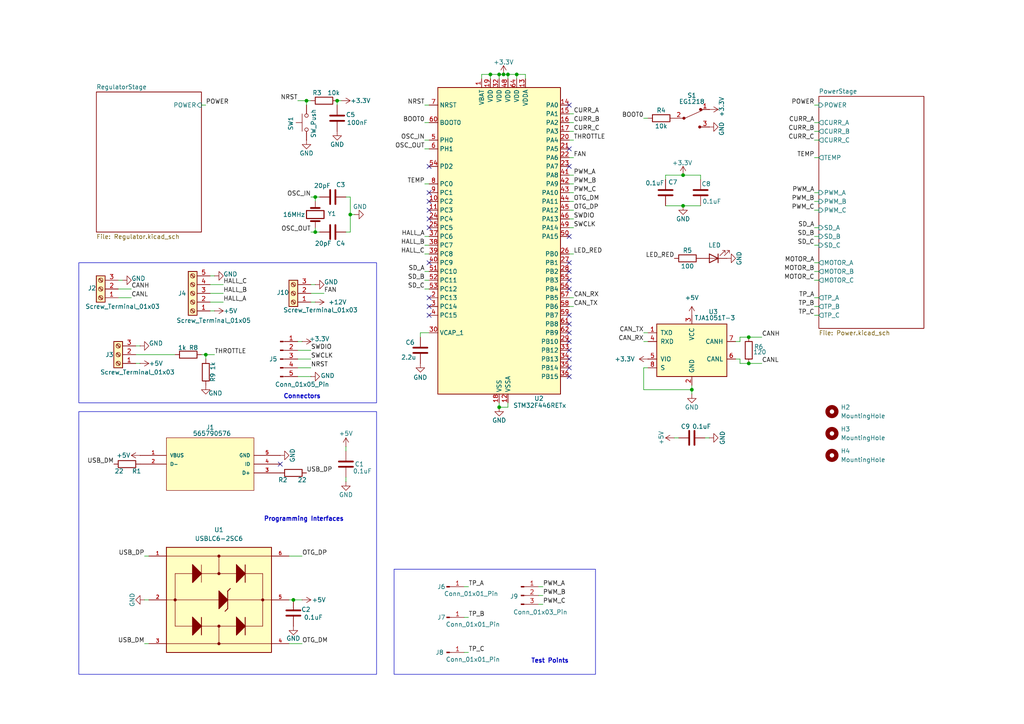
<source format=kicad_sch>
(kicad_sch (version 20231120) (generator "eeschema") (generator_version "8.0")
  (paper "A4")
  (title_block (title "BLDC Motor Driver") (date "2025-02-20") (rev "1"))
  (lib_symbols
    (symbol "565790576:565790576" (pin_names (offset 1.016))
      (property "Reference" "J" (at 15.5956 9.1186 0))
      (property "Value" "565790576" (at 14.9606 6.5786 0))
      (symbol "565790576_0_0"
        (pin power_in line (at 0 0 0) (length 7.62) (name "VBUS") (number "1"))
        (pin bidirectional line (at 0 -2.54 0) (length 7.62) (name "D-") (number "2"))
        (pin bidirectional line (at 40.64 -5.08 180) (length 7.62) (name "D+") (number "3"))
        (pin bidirectional line (at 40.64 -2.54 180) (length 7.62) (name "ID") (number "4"))
        (pin passive line (at 40.64 0 180) (length 7.62) (name "GND") (number "5"))
      )
    )
    (symbol "Connector:Conn_01x01_Pin" (pin_names (offset 1.016) hide)
      (property "Reference" "J" (at 0 2.54 0))
      (property "Value" "Conn_01x01_Pin" (at 0 -2.54 0))
      (symbol "Conn_01x01_Pin_1_1"
        (pin passive line (at 5.08 0 180) (length 3.81) (name "Pin_1") (number "1"))
      )
    )
    (symbol "Connector:Conn_01x03_Pin" (pin_names (offset 1.016) hide)
      (property "Reference" "J" (at 0 5.08 0))
      (property "Value" "Conn_01x03_Pin" (at 0 -5.08 0))
      (symbol "Conn_01x03_Pin_1_1"
        (pin passive line (at 5.08 2.54 180) (length 3.81) (name "Pin_1") (number "1"))
        (pin passive line (at 5.08 0 180) (length 3.81) (name "Pin_2") (number "2"))
        (pin passive line (at 5.08 -2.54 180) (length 3.81) (name "Pin_3") (number "3"))
      )
    )
    (symbol "Connector:Conn_01x05_Pin" (pin_names (offset 1.016) hide)
      (property "Reference" "J" (at 0 7.62 0))
      (property "Value" "Conn_01x05_Pin" (at 0 -7.62 0))
      (symbol "Conn_01x05_Pin_1_1"
        (pin passive line (at 5.08 5.08 180) (length 3.81) (name "Pin_1") (number "1"))
        (pin passive line (at 5.08 2.54 180) (length 3.81) (name "Pin_2") (number "2"))
        (pin passive line (at 5.08 0 180) (length 3.81) (name "Pin_3") (number "3"))
        (pin passive line (at 5.08 -2.54 180) (length 3.81) (name "Pin_4") (number "4"))
        (pin passive line (at 5.08 -5.08 180) (length 3.81) (name "Pin_5") (number "5"))
      )
    )
    (symbol "Connector:Screw_Terminal_01x03" (pin_names (offset 1.016) hide)
      (property "Reference" "J" (at 0 5.08 0))
      (property "Value" "Screw_Terminal_01x03" (at 0 -5.08 0))
      (symbol "Screw_Terminal_01x03_1_1"
        (pin passive line (at -5.08 2.54 0) (length 3.81) (name "Pin_1") (number "1"))
        (pin passive line (at -5.08 0 0) (length 3.81) (name "Pin_2") (number "2"))
        (pin passive line (at -5.08 -2.54 0) (length 3.81) (name "Pin_3") (number "3"))
      )
    )
    (symbol "Connector:Screw_Terminal_01x05" (pin_names (offset 1.016) hide)
      (property "Reference" "J" (at 0 7.62 0))
      (property "Value" "Screw_Terminal_01x05" (at 0 -7.62 0))
      (symbol "Screw_Terminal_01x05_1_1"
        (pin passive line (at -5.08 5.08 0) (length 3.81) (name "Pin_1") (number "1"))
        (pin passive line (at -5.08 2.54 0) (length 3.81) (name "Pin_2") (number "2"))
        (pin passive line (at -5.08 0 0) (length 3.81) (name "Pin_3") (number "3"))
        (pin passive line (at -5.08 -2.54 0) (length 3.81) (name "Pin_4") (number "4"))
        (pin passive line (at -5.08 -5.08 0) (length 3.81) (name "Pin_5") (number "5"))
      )
    )
    (symbol "Device:C" (pin_numbers hide) (pin_names (offset 0.254))
      (property "Reference" "C" (at 0.635 2.54 0))
      (property "Value" "C" (at 0.635 -2.54 0))
      (symbol "C_1_1"
        (pin passive line (at 0 3.81 270) (length 2.794) (name "~") (number "1"))
        (pin passive line (at 0 -3.81 90) (length 2.794) (name "~") (number "2"))
      )
    )
    (symbol "Device:Crystal" (pin_numbers hide) (pin_names (offset 1.016) hide)
      (property "Reference" "Y" (at 0 3.81 0))
      (property "Value" "Crystal" (at 0 -3.81 0))
      (symbol "Crystal_1_1"
        (pin passive line (at -3.81 0 0) (length 1.27) (name "1") (number "1"))
        (pin passive line (at 3.81 0 180) (length 1.27) (name "2") (number "2"))
      )
    )
    (symbol "Device:LED" (pin_numbers hide) (pin_names (offset 1.016) hide)
      (property "Reference" "D" (at 0 2.54 0))
      (property "Value" "LED" (at 0 -2.54 0))
      (symbol "LED_1_1"
        (pin passive line (at -3.81 0 0) (length 2.54) (name "K") (number "1"))
        (pin passive line (at 3.81 0 180) (length 2.54) (name "A") (number "2"))
      )
    )
    (symbol "Device:R" (pin_numbers hide) (pin_names (offset 0))
      (property "Reference" "R" (at 2.032 0 90))
      (property "Value" "R" (at 0 0 90))
      (symbol "R_1_1"
        (pin passive line (at 0 3.81 270) (length 1.27) (name "~") (number "1"))
        (pin passive line (at 0 -3.81 90) (length 1.27) (name "~") (number "2"))
      )
    )
    (symbol "Interface_CAN_LIN:TJA1051T-3" (pin_names (offset 1.016))
      (property "Reference" "U" (at -10.16 8.89 0))
      (property "Value" "TJA1051T-3" (at 1.27 8.89 0))
      (symbol "TJA1051T-3_1_1"
        (pin input line (at -12.7 5.08 0) (length 2.54) (name "TXD") (number "1"))
        (pin power_in line (at 0 -10.16 90) (length 2.54) (name "GND") (number "2"))
        (pin power_in line (at 0 10.16 270) (length 2.54) (name "VCC") (number "3"))
        (pin output line (at -12.7 2.54 0) (length 2.54) (name "RXD") (number "4"))
        (pin power_in line (at -12.7 -2.54 0) (length 2.54) (name "VIO") (number "5"))
        (pin bidirectional line (at 12.7 -2.54 180) (length 2.54) (name "CANL") (number "6"))
        (pin bidirectional line (at 12.7 2.54 180) (length 2.54) (name "CANH") (number "7"))
        (pin input line (at -12.7 -5.08 0) (length 2.54) (name "S") (number "8"))
      )
    )
    (symbol "MCU_ST_STM32F4:STM32F446RETx"
      (property "Reference" "U" (at -17.78 46.99 0))
      (property "Value" "STM32F446RETx" (at 10.16 46.99 0))
      (symbol "STM32F446RETx_1_1"
        (pin power_in line (at -5.08 48.26 270) (length 2.54) (name "VBAT") (number "1"))
        (pin bidirectional line (at -20.32 12.7 0) (length 2.54) (name "PC2") (number "10") (alternate "" input line))
        (pin bidirectional line (at -20.32 10.16 0) (length 2.54) (name "PC3") (number "11") (alternate "" input line))
        (pin power_in line (at 2.54 -45.72 90) (length 2.54) (name "VSSA") (number "12"))
        (pin power_in line (at 7.62 48.26 270) (length 2.54) (name "VDDA") (number "13"))
        (pin bidirectional line (at 20.32 40.64 180) (length 2.54) (name "PA0") (number "14"))
        (pin bidirectional line (at 20.32 38.1 180) (length 2.54) (name "PA1") (number "15") (alternate "" input line))
        (pin bidirectional line (at 20.32 35.56 180) (length 2.54) (name "PA2") (number "16") (alternate "" input line))
        (pin bidirectional line (at 20.32 33.02 180) (length 2.54) (name "PA3") (number "17") (alternate "" input line))
        (pin power_in line (at 0 -45.72 90) (length 2.54) (name "VSS") (number "18"))
        (pin power_in line (at -2.54 48.26 270) (length 2.54) (name "VDD") (number "19"))
        (pin bidirectional line (at -20.32 -15.24 0) (length 2.54) (name "PC13") (number "2"))
        (pin bidirectional line (at 20.32 30.48 180) (length 2.54) (name "PA4") (number "20") (alternate "" input line))
        (pin bidirectional line (at 20.32 27.94 180) (length 2.54) (name "PA5") (number "21") (alternate "" input line))
        (pin bidirectional line (at 20.32 25.4 180) (length 2.54) (name "PA6") (number "22") (alternate "" input line))
        (pin bidirectional line (at 20.32 22.86 180) (length 2.54) (name "PA7") (number "23") (alternate "" input line))
        (pin bidirectional line (at -20.32 7.62 0) (length 2.54) (name "PC4") (number "24"))
        (pin bidirectional line (at -20.32 5.08 0) (length 2.54) (name "PC5") (number "25"))
        (pin bidirectional line (at 20.32 -2.54 180) (length 2.54) (name "PB0") (number "26"))
        (pin bidirectional line (at 20.32 -5.08 180) (length 2.54) (name "PB1") (number "27"))
        (pin bidirectional line (at 20.32 -7.62 180) (length 2.54) (name "PB2") (number "28"))
        (pin bidirectional line (at 20.32 -27.94 180) (length 2.54) (name "PB10") (number "29"))
        (pin bidirectional line (at -20.32 -17.78 0) (length 2.54) (name "PC14") (number "3") (alternate "" input line))
        (pin power_out line (at -20.32 -25.4 0) (length 2.54) (name "VCAP_1") (number "30"))
        (pin passive line (at 0 -45.72 90) (length 2.54) hide (name "VSS") (number "31"))
        (pin power_in line (at 0 48.26 270) (length 2.54) (name "VDD") (number "32"))
        (pin bidirectional line (at 20.32 -30.48 180) (length 2.54) (name "PB12") (number "33"))
        (pin bidirectional line (at 20.32 -33.02 180) (length 2.54) (name "PB13") (number "34"))
        (pin bidirectional line (at 20.32 -35.56 180) (length 2.54) (name "PB14") (number "35"))
        (pin bidirectional line (at 20.32 -38.1 180) (length 2.54) (name "PB15") (number "36"))
        (pin bidirectional line (at -20.32 2.54 0) (length 2.54) (name "PC6") (number "37"))
        (pin bidirectional line (at -20.32 0 0) (length 2.54) (name "PC7") (number "38"))
        (pin bidirectional line (at -20.32 -2.54 0) (length 2.54) (name "PC8") (number "39"))
        (pin bidirectional line (at -20.32 -20.32 0) (length 2.54) (name "PC15") (number "4") (alternate "" input line))
        (pin bidirectional line (at -20.32 -5.08 0) (length 2.54) (name "PC9") (number "40"))
        (pin bidirectional line (at 20.32 20.32 180) (length 2.54) (name "PA8") (number "41") (alternate "" input line))
        (pin bidirectional line (at 20.32 17.78 180) (length 2.54) (name "PA9") (number "42") (alternate "" input line))
        (pin bidirectional line (at 20.32 15.24 180) (length 2.54) (name "PA10") (number "43") (alternate "" input line))
        (pin bidirectional line (at 20.32 12.7 180) (length 2.54) (name "PA11") (number "44") (alternate "" input line))
        (pin bidirectional line (at 20.32 10.16 180) (length 2.54) (name "PA12") (number "45") (alternate "" input line))
        (pin bidirectional line (at 20.32 7.62 180) (length 2.54) (name "PA13") (number "46") (alternate "" input line))
        (pin passive line (at 0 -45.72 90) (length 2.54) hide (name "VSS") (number "47"))
        (pin power_in line (at 2.54 48.26 270) (length 2.54) (name "VDD") (number "48"))
        (pin bidirectional line (at 20.32 5.08 180) (length 2.54) (name "PA14") (number "49") (alternate "" input line))
        (pin bidirectional line (at -20.32 30.48 0) (length 2.54) (name "PH0") (number "5") (alternate "" input line))
        (pin bidirectional line (at 20.32 2.54 180) (length 2.54) (name "PA15") (number "50"))
        (pin bidirectional line (at -20.32 -7.62 0) (length 2.54) (name "PC10") (number "51"))
        (pin bidirectional line (at -20.32 -10.16 0) (length 2.54) (name "PC11") (number "52"))
        (pin bidirectional line (at -20.32 -12.7 0) (length 2.54) (name "PC12") (number "53"))
        (pin bidirectional line (at -20.32 22.86 0) (length 2.54) (name "PD2") (number "54"))
        (pin bidirectional line (at 20.32 -10.16 180) (length 2.54) (name "PB3") (number "55"))
        (pin bidirectional line (at 20.32 -12.7 180) (length 2.54) (name "PB4") (number "56"))
        (pin bidirectional line (at 20.32 -15.24 180) (length 2.54) (name "PB5") (number "57") (alternate "" input line))
        (pin bidirectional line (at 20.32 -17.78 180) (length 2.54) (name "PB6") (number "58") (alternate "" input line))
        (pin bidirectional line (at 20.32 -20.32 180) (length 2.54) (name "PB7") (number "59"))
        (pin bidirectional line (at -20.32 27.94 0) (length 2.54) (name "PH1") (number "6") (alternate "" input line))
        (pin input line (at -20.32 35.56 0) (length 2.54) (name "BOOT0") (number "60"))
        (pin bidirectional line (at 20.32 -22.86 180) (length 2.54) (name "PB8") (number "61"))
        (pin bidirectional line (at 20.32 -25.4 180) (length 2.54) (name "PB9") (number "62"))
        (pin passive line (at 0 -45.72 90) (length 2.54) hide (name "VSS") (number "63"))
        (pin power_in line (at 5.08 48.26 270) (length 2.54) (name "VDD") (number "64"))
        (pin input line (at -20.32 40.64 0) (length 2.54) (name "NRST") (number "7"))
        (pin bidirectional line (at -20.32 17.78 0) (length 2.54) (name "PC0") (number "8") (alternate "" input line))
        (pin bidirectional line (at -20.32 15.24 0) (length 2.54) (name "PC1") (number "9") (alternate "" input line))
      )
    )
    (symbol "Mechanical:MountingHole" (pin_names (offset 1.016)) (exclude_from_sim yes) (in_bom no)
      (property "Reference" "H" (at 0 5.08 0))
      (property "Value" "MountingHole" (at 0 3.175 0))
    )
    (symbol "Switch:SW_Push" (pin_numbers hide) (pin_names (offset 1.016) hide)
      (property "Reference" "SW" (at 1.27 2.54 0))
      (property "Value" "SW_Push" (at 0 -1.524 0))
      (symbol "SW_Push_0_1"
        (pin passive line (at -5.08 0 0) (length 2.54) (name "1") (number "1"))
        (pin passive line (at 5.08 0 180) (length 2.54) (name "2") (number "2"))
      )
    )
    (symbol "USBLC6-2SC6_SnapEDA:USBLC6-2SC6" (pin_names (offset 1.016))
      (property "Reference" "U" (at -15.2693 17.8093 0))
      (property "Value" "USBLC6-2SC6" (at -15.2559 -17.7959 0))
      (symbol "USBLC6-2SC6_0_0"
        (pin bidirectional line (at -20.32 12.7 0) (length 5.08) (name "~") (number "1"))
        (pin power_in line (at -20.32 0 0) (length 5.08) (name "~") (number "2"))
        (pin bidirectional line (at -20.32 -12.7 0) (length 5.08) (name "~") (number "3"))
        (pin bidirectional line (at 20.32 -12.7 180) (length 5.08) (name "~") (number "4"))
        (pin power_in line (at 20.32 0 180) (length 5.08) (name "~") (number "5"))
        (pin bidirectional line (at 20.32 12.7 180) (length 5.08) (name "~") (number "6"))
      )
    )
    (symbol "dk_Slide-Switches:EG1218" (pin_names (offset 0))
      (property "Reference" "S" (at -3.81 2.286 0))
      (property "Value" "EG1218" (at 0 -5.334 0))
      (symbol "EG1218_1_1"
        (pin passive line (at 5.08 2.54 180) (length 2.54) (name "~") (number "1"))
        (pin passive line (at -5.08 0 0) (length 2.54) (name "~") (number "2"))
        (pin passive line (at 5.08 -2.54 180) (length 2.54) (name "~") (number "3"))
      )
    )
    (symbol "power:+12V" (power) (pin_numbers hide) (pin_names (offset 0) hide)
      (property "Value" "+12V" (at 0 3.556 0))
      (symbol "+12V_1_1"
        (pin power_in line (at 0 0 90) (length 0) (name "~") (number "1"))
      )
    )
    (symbol "power:+3.3V" (power) (pin_numbers hide) (pin_names (offset 0) hide)
      (property "Value" "+3.3V" (at 0 3.556 0))
      (symbol "+3.3V_1_1"
        (pin power_in line (at 0 0 90) (length 0) (name "~") (number "1"))
      )
    )
    (symbol "power:+5V" (power) (pin_numbers hide) (pin_names (offset 0) hide)
      (property "Value" "+5V" (at 0 3.556 0))
      (symbol "+5V_1_1"
        (pin power_in line (at 0 0 90) (length 0) (name "~") (number "1"))
      )
    )
    (symbol "power:GND" (power) (pin_numbers hide) (pin_names (offset 0) hide)
      (property "Value" "GND" (at 0 -3.81 0))
      (symbol "GND_1_1"
        (pin power_in line (at 0 0 270) (length 0) (name "~") (number "1"))
      )
    )
  )
  (junction (at 149.86 21.59))
  (junction (at 198.12 50.8))
  (junction (at 91.44 57.15))
  (junction (at 88.9 29.21))
  (junction (at 146.05 21.59))
  (junction (at 198.12 59.69))
  (junction (at 91.44 67.31))
  (junction (at 97.79 29.21))
  (junction (at 217.17 97.79))
  (junction (at 59.69 102.87))
  (junction (at 217.17 105.41))
  (junction (at 101.6 62.23))
  (junction (at 144.78 118.11))
  (junction (at 142.24 21.59))
  (junction (at 144.78 21.59))
  (junction (at 200.66 113.03))
  (junction (at 85.09 173.99))
  (junction (at 147.32 21.59))
  (no_connect (at 165.1 99.06))
  (no_connect (at 81.28 134.62))
  (no_connect (at 124.46 88.9))
  (no_connect (at 124.46 55.88))
  (no_connect (at 165.1 93.98))
  (no_connect (at 165.1 68.58))
  (no_connect (at 165.1 76.2))
  (no_connect (at 124.46 66.04))
  (no_connect (at 124.46 48.26))
  (no_connect (at 165.1 106.68))
  (no_connect (at 165.1 81.28))
  (no_connect (at 124.46 60.96))
  (no_connect (at 124.46 58.42))
  (no_connect (at 165.1 30.48))
  (no_connect (at 165.1 104.14))
  (no_connect (at 165.1 91.44))
  (no_connect (at 165.1 83.82))
  (no_connect (at 165.1 109.22))
  (no_connect (at 124.46 76.2))
  (no_connect (at 165.1 101.6))
  (no_connect (at 124.46 63.5))
  (no_connect (at 165.1 96.52))
  (no_connect (at 165.1 43.18))
  (no_connect (at 124.46 86.36))
  (no_connect (at 165.1 78.74))
  (no_connect (at 165.1 48.26))
  (no_connect (at 124.46 91.44))
  (wire (pts (xy 165.1 58.42) (xy 166.37 58.42)))
  (wire (pts (xy 217.17 97.79) (xy 220.98 97.79)))
  (wire (pts (xy 91.44 57.15) (xy 90.17 57.15)))
  (wire (pts (xy 187.96 106.68) (xy 186.69 106.68)))
  (wire (pts (xy 100.33 129.54) (xy 100.33 130.81)))
  (wire (pts (xy 90.17 87.63) (xy 91.44 87.63)))
  (wire (pts (xy 205.74 127) (xy 204.47 127)))
  (wire (pts (xy 214.63 104.14) (xy 213.36 104.14)))
  (wire (pts (xy 214.63 97.79) (xy 214.63 99.06)))
  (wire (pts (xy 186.69 34.29) (xy 187.96 34.29)))
  (wire (pts (xy 237.49 30.48) (xy 236.22 30.48)))
  (wire (pts (xy 134.62 179.07) (xy 135.89 179.07)))
  (wire (pts (xy 134.62 170.18) (xy 135.89 170.18)))
  (wire (pts (xy 123.19 71.12) (xy 124.46 71.12)))
  (wire (pts (xy 60.96 82.55) (xy 64.77 82.55)))
  (wire (pts (xy 121.92 96.52) (xy 121.92 97.79)))
  (wire (pts (xy 100.33 67.31) (xy 101.6 67.31)))
  (wire (pts (xy 200.66 113.03) (xy 200.66 114.3)))
  (wire (pts (xy 90.17 85.09) (xy 93.98 85.09)))
  (wire (pts (xy 203.2 52.07) (xy 203.2 50.8)))
  (wire (pts (xy 165.1 88.9) (xy 166.37 88.9)))
  (wire (pts (xy 97.79 29.21) (xy 97.79 30.48)))
  (wire (pts (xy 59.69 30.48) (xy 58.42 30.48)))
  (wire (pts (xy 165.1 60.96) (xy 166.37 60.96)))
  (wire (pts (xy 91.44 66.04) (xy 91.44 67.31)))
  (wire (pts (xy 60.96 85.09) (xy 64.77 85.09)))
  (wire (pts (xy 41.91 161.29) (xy 43.18 161.29)))
  (wire (pts (xy 100.33 57.15) (xy 101.6 57.15)))
  (wire (pts (xy 123.19 35.56) (xy 124.46 35.56)))
  (wire (pts (xy 123.19 53.34) (xy 124.46 53.34)))
  (wire (pts (xy 156.21 175.26) (xy 157.48 175.26)))
  (wire (pts (xy 166.37 33.02) (xy 165.1 33.02)))
  (wire (pts (xy 134.62 189.23) (xy 135.89 189.23)))
  (wire (pts (xy 88.9 29.21) (xy 88.9 30.48)))
  (wire (pts (xy 39.37 102.87) (xy 50.8 102.87)))
  (wire (pts (xy 186.69 106.68) (xy 186.69 113.03)))
  (wire (pts (xy 144.78 116.84) (xy 144.78 118.11)))
  (wire (pts (xy 166.37 38.1) (xy 165.1 38.1)))
  (wire (pts (xy 236.22 40.64) (xy 237.49 40.64)))
  (wire (pts (xy 83.82 173.99) (xy 85.09 173.99)))
  (wire (pts (xy 91.44 58.42) (xy 91.44 57.15)))
  (wire (pts (xy 147.32 116.84) (xy 147.32 118.11)))
  (wire (pts (xy 87.63 99.06) (xy 86.36 99.06)))
  (wire (pts (xy 147.32 21.59) (xy 149.86 21.59)))
  (wire (pts (xy 236.22 71.12) (xy 237.49 71.12)))
  (wire (pts (xy 39.37 105.41) (xy 40.64 105.41)))
  (wire (pts (xy 152.4 21.59) (xy 152.4 22.86)))
  (wire (pts (xy 236.22 38.1) (xy 237.49 38.1)))
  (wire (pts (xy 123.19 30.48) (xy 124.46 30.48)))
  (wire (pts (xy 198.12 50.8) (xy 203.2 50.8)))
  (wire (pts (xy 236.22 55.88) (xy 237.49 55.88)))
  (wire (pts (xy 123.19 68.58) (xy 124.46 68.58)))
  (wire (pts (xy 41.91 173.99) (xy 43.18 173.99)))
  (wire (pts (xy 165.1 55.88) (xy 166.37 55.88)))
  (wire (pts (xy 35.56 81.28) (xy 34.29 81.28)))
  (wire (pts (xy 236.22 78.74) (xy 237.49 78.74)))
  (wire (pts (xy 146.05 21.59) (xy 147.32 21.59)))
  (wire (pts (xy 90.17 104.14) (xy 86.36 104.14)))
  (wire (pts (xy 166.37 35.56) (xy 165.1 35.56)))
  (wire (pts (xy 165.1 86.36) (xy 166.37 86.36)))
  (wire (pts (xy 236.22 81.28) (xy 237.49 81.28)))
  (wire (pts (xy 236.22 76.2) (xy 237.49 76.2)))
  (wire (pts (xy 149.86 21.59) (xy 152.4 21.59)))
  (wire (pts (xy 165.1 45.72) (xy 166.37 45.72)))
  (wire (pts (xy 147.32 118.11) (xy 144.78 118.11)))
  (wire (pts (xy 39.37 100.33) (xy 40.64 100.33)))
  (wire (pts (xy 193.04 52.07) (xy 193.04 50.8)))
  (wire (pts (xy 101.6 57.15) (xy 101.6 62.23)))
  (wire (pts (xy 142.24 21.59) (xy 142.24 22.86)))
  (wire (pts (xy 90.17 82.55) (xy 91.44 82.55)))
  (wire (pts (xy 38.1 83.82) (xy 34.29 83.82)))
  (wire (pts (xy 186.69 96.52) (xy 187.96 96.52)))
  (wire (pts (xy 236.22 68.58) (xy 237.49 68.58)))
  (wire (pts (xy 123.19 78.74) (xy 124.46 78.74)))
  (wire (pts (xy 38.1 86.36) (xy 34.29 86.36)))
  (wire (pts (xy 83.82 186.69) (xy 87.63 186.69)))
  (wire (pts (xy 193.04 59.69) (xy 198.12 59.69)))
  (wire (pts (xy 166.37 40.64) (xy 165.1 40.64)))
  (wire (pts (xy 142.24 21.59) (xy 144.78 21.59)))
  (wire (pts (xy 90.17 106.68) (xy 86.36 106.68)))
  (wire (pts (xy 186.69 113.03) (xy 200.66 113.03)))
  (wire (pts (xy 214.63 99.06) (xy 213.36 99.06)))
  (wire (pts (xy 165.1 63.5) (xy 166.37 63.5)))
  (wire (pts (xy 58.42 102.87) (xy 59.69 102.87)))
  (wire (pts (xy 217.17 105.41) (xy 220.98 105.41)))
  (wire (pts (xy 144.78 21.59) (xy 144.78 22.86)))
  (wire (pts (xy 99.06 29.21) (xy 97.79 29.21)))
  (wire (pts (xy 124.46 96.52) (xy 121.92 96.52)))
  (wire (pts (xy 90.17 29.21) (xy 88.9 29.21)))
  (wire (pts (xy 236.22 91.44) (xy 237.49 91.44)))
  (wire (pts (xy 236.22 58.42) (xy 237.49 58.42)))
  (wire (pts (xy 236.22 88.9) (xy 237.49 88.9)))
  (wire (pts (xy 236.22 35.56) (xy 237.49 35.56)))
  (wire (pts (xy 90.17 67.31) (xy 91.44 67.31)))
  (wire (pts (xy 41.91 186.69) (xy 43.18 186.69)))
  (wire (pts (xy 200.66 113.03) (xy 200.66 111.76)))
  (wire (pts (xy 198.12 59.69) (xy 203.2 59.69)))
  (wire (pts (xy 165.1 66.04) (xy 166.37 66.04)))
  (wire (pts (xy 90.17 109.22) (xy 86.36 109.22)))
  (wire (pts (xy 123.19 81.28) (xy 124.46 81.28)))
  (wire (pts (xy 186.69 99.06) (xy 187.96 99.06)))
  (wire (pts (xy 156.21 172.72) (xy 157.48 172.72)))
  (wire (pts (xy 123.19 40.64) (xy 124.46 40.64)))
  (wire (pts (xy 236.22 45.72) (xy 237.49 45.72)))
  (wire (pts (xy 123.19 73.66) (xy 124.46 73.66)))
  (wire (pts (xy 214.63 105.41) (xy 214.63 104.14)))
  (wire (pts (xy 100.33 139.7) (xy 100.33 138.43)))
  (wire (pts (xy 165.1 50.8) (xy 166.37 50.8)))
  (wire (pts (xy 123.19 43.18) (xy 124.46 43.18)))
  (wire (pts (xy 102.87 62.23) (xy 101.6 62.23)))
  (wire (pts (xy 147.32 21.59) (xy 147.32 22.86)))
  (wire (pts (xy 123.19 83.82) (xy 124.46 83.82)))
  (wire (pts (xy 86.36 29.21) (xy 88.9 29.21)))
  (wire (pts (xy 195.58 127) (xy 196.85 127)))
  (wire (pts (xy 217.17 97.79) (xy 214.63 97.79)))
  (wire (pts (xy 91.44 67.31) (xy 92.71 67.31)))
  (wire (pts (xy 166.37 73.66) (xy 165.1 73.66)))
  (wire (pts (xy 59.69 102.87) (xy 62.23 102.87)))
  (wire (pts (xy 217.17 105.41) (xy 214.63 105.41)))
  (wire (pts (xy 144.78 21.59) (xy 146.05 21.59)))
  (wire (pts (xy 101.6 67.31) (xy 101.6 62.23)))
  (wire (pts (xy 83.82 161.29) (xy 87.63 161.29)))
  (wire (pts (xy 60.96 87.63) (xy 64.77 87.63)))
  (wire (pts (xy 60.96 80.01) (xy 62.23 80.01)))
  (wire (pts (xy 165.1 53.34) (xy 166.37 53.34)))
  (wire (pts (xy 59.69 102.87) (xy 59.69 104.14)))
  (wire (pts (xy 149.86 21.59) (xy 149.86 22.86)))
  (wire (pts (xy 85.09 173.99) (xy 87.63 173.99)))
  (wire (pts (xy 139.7 22.86) (xy 139.7 21.59)))
  (wire (pts (xy 91.44 57.15) (xy 92.71 57.15)))
  (wire (pts (xy 60.96 90.17) (xy 62.23 90.17)))
  (wire (pts (xy 86.36 101.6) (xy 90.17 101.6)))
  (wire (pts (xy 236.22 66.04) (xy 237.49 66.04)))
  (wire (pts (xy 156.21 170.18) (xy 157.48 170.18)))
  (wire (pts (xy 236.22 86.36) (xy 237.49 86.36)))
  (wire (pts (xy 198.12 50.8) (xy 193.04 50.8)))
  (wire (pts (xy 139.7 21.59) (xy 142.24 21.59)))
  (wire (pts (xy 236.22 60.96) (xy 237.49 60.96)))
  (rectangle (start 22.86 76.2) (end 109.22 116.84))
  (rectangle (start 22.86 119.38) (end 109.22 195.58))
  (rectangle (start 114.3 165.1) (end 172.72 195.58))
  (text "Connectors\n" (at 87.63 115.062 0) (effects (font (size 1.27 1.27) (thickness 0.254) (bold yes))))
  (text "Test Points\n" (at 159.512 191.77 0) (effects (font (size 1.27 1.27) (thickness 0.254) (bold yes))))
  (text "Programming Interfaces" (at 88.138 150.622 0) (effects (font (size 1.27 1.27) (thickness 0.254) (bold yes))))
  (label "SWCLK" (at 166.37 66.04 0) (effects (font (thickness 0.1588))))
  (label "PWM_B" (at 166.37 53.34 0))
  (label "MOTOR_A" (at 236.22 76.2 180))
  (label "HALL_C" (at 64.77 82.55 0))
  (label "LED_RED" (at 166.37 73.66 0))
  (label "OSC_OUT" (at 90.17 67.31 180))
  (label "HALL_A" (at 123.19 68.58 180))
  (label "NRST" (at 90.17 106.68 0) (effects (font (thickness 0.1588))))
  (label "LED_RED" (at 195.58 74.93 180))
  (label "CURR_A" (at 166.37 33.02 0))
  (label "OSC_IN" (at 123.19 40.64 180))
  (label "USB_DP" (at 41.91 161.29 180))
  (label "OSC_OUT" (at 123.19 43.18 180))
  (label "HALL_B" (at 123.19 71.12 180))
  (label "TP_B" (at 135.89 179.07 0))
  (label "BOOT0" (at 186.69 34.29 180))
  (label "USB_DM" (at 41.91 186.69 180))
  (label "POWER" (at 236.22 30.48 180))
  (label "PWM_A" (at 236.22 55.88 180))
  (label "BOOT0" (at 123.19 35.56 180))
  (label "CANL" (at 38.1 86.36 0))
  (label "PWM_C" (at 166.37 55.88 0))
  (label "HALL_B" (at 64.77 85.09 0))
  (label "TP_A" (at 135.89 170.18 0))
  (label "CURR_B" (at 166.37 35.56 0))
  (label "PWM_B" (at 157.48 172.72 0))
  (label "SD_C" (at 123.19 83.82 180))
  (label "SD_B" (at 236.22 68.58 180))
  (label "TEMP" (at 123.19 53.34 180))
  (label "TP_B" (at 236.22 88.9 180))
  (label "PWM_B" (at 236.22 58.42 180))
  (label "OTG_DM" (at 87.63 186.69 0))
  (label "TP_A" (at 236.22 86.36 180))
  (label "TEMP" (at 236.22 45.72 180))
  (label "PWM_C" (at 236.22 60.96 180))
  (label "OTG_DP" (at 166.37 60.96 0))
  (label "SWCLK" (at 90.17 104.14 0) (effects (font (thickness 0.1588))))
  (label "USB_DM" (at 33.02 134.62 180))
  (label "TP_C" (at 135.89 189.23 0))
  (label "CAN_RX" (at 166.37 86.36 0))
  (label "CAN_TX" (at 166.37 88.9 0))
  (label "FAN" (at 93.98 85.09 0))
  (label "CURR_B" (at 236.22 38.1 180))
  (label "CAN_TX" (at 186.69 96.52 180))
  (label "TP_C" (at 236.22 91.44 180))
  (label "CURR_A" (at 236.22 35.56 180))
  (label "CURR_C" (at 236.22 40.64 180))
  (label "THROTTLE" (at 166.37 40.64 0))
  (label "MOTOR_C" (at 236.22 81.28 180))
  (label "CANH" (at 38.1 83.82 0))
  (label "OTG_DP" (at 87.63 161.29 0))
  (label "OSC_IN" (at 90.17 57.15 180))
  (label "SD_C" (at 236.22 71.12 180))
  (label "CURR_C" (at 166.37 38.1 0))
  (label "HALL_A" (at 64.77 87.63 0))
  (label "PWM_A" (at 166.37 50.8 0))
  (label "SD_A" (at 123.19 78.74 180))
  (label "PWM_A" (at 157.48 170.18 0))
  (label "SD_A" (at 236.22 66.04 180))
  (label "USB_DP" (at 88.9 137.16 0))
  (label "CANL" (at 220.98 105.41 0))
  (label "SD_B" (at 123.19 81.28 180))
  (label "FAN" (at 166.37 45.72 0))
  (label "CAN_RX" (at 186.69 99.06 180))
  (label "NRST" (at 123.19 30.48 180))
  (label "HALL_C" (at 123.19 73.66 180))
  (label "MOTOR_B" (at 236.22 78.74 180))
  (label "PWM_C" (at 157.48 175.26 0))
  (label "SWDIO" (at 166.37 63.5 0) (effects (font (thickness 0.1588))))
  (label "CANH" (at 220.98 97.79 0))
  (label "NRST" (at 86.36 29.21 180))
  (label "SWDIO" (at 90.17 101.6 0) (effects (font (thickness 0.1588))))
  (label "THROTTLE" (at 62.23 102.87 0))
  (label "POWER" (at 59.69 30.48 0))
  (label "OTG_DM" (at 166.37 58.42 0))
  (symbol (lib_id "power:GND") (at 91.44 82.55 90) (unit 1)
    (property "Reference" "#PWR35" (effects (hide yes)))
    (property "Value" "GND" (at 93.98 81.788 90) (effects (justify right)))
    (property "Description" "Power symbol creates a global label with name \"GND\" , ground" (effects (hide yes)))
  )
  (symbol (lib_id "Mechanical:MountingHole") (at 241.3 119.38 0) (unit 1) (exclude_from_sim yes) (in_bom no)
    (property "Reference" "H2" (at 243.84 118.1099 0) (effects (justify left)))
    (property "Value" "MountingHole" (at 243.84 120.6499 0) (effects (justify left)))
    (property "Footprint" "MountingHole:MountingHole_3.2mm_M3" (effects (hide yes)))
    (property "Description" "Mounting Hole without connection" (effects (hide yes)))
  )
  (symbol (lib_id "Device:C") (at 193.04 55.88 0) (unit 1)
    (property "Reference" "C7" (at 193.802 52.832 0) (effects (justify left)))
    (property "Value" "0.1uF" (at 187.198 53.086 0) (effects (justify left)))
    (property "Footprint" "Capacitor_SMD:C_0603_1608Metric" (effects (hide yes)))
    (property "Description" "Unpolarized capacitor" (effects (hide yes)))
  )
  (symbol (lib_id "power:+5V") (at 87.63 173.99 270) (unit 1)
    (property "Reference" "#PWR12" (effects (hide yes)))
    (property "Value" "+5V" (at 90.424 173.99 90) (effects (justify left)))
    (property "Description" "Power symbol creates a global label with name \"+5V\"" (effects (hide yes)))
  )
  (symbol (lib_id "Mechanical:MountingHole") (at 241.3 125.73 0) (unit 1) (exclude_from_sim yes) (in_bom no)
    (property "Reference" "H3" (at 243.84 124.4599 0) (effects (justify left)))
    (property "Value" "MountingHole" (at 243.84 126.9999 0) (effects (justify left)))
    (property "Footprint" "MountingHole:MountingHole_3.2mm_M3" (effects (hide yes)))
    (property "Description" "Mounting Hole without connection" (effects (hide yes)))
  )
  (symbol (lib_id "power:+3.3V") (at 87.63 99.06 270) (unit 1)
    (property "Reference" "#PWR14" (effects (hide yes)))
    (property "Value" "+3.3V" (at 89.662 98.298 90) (effects (justify left)))
    (property "Description" "Power symbol creates a global label with name \"+3.3V\"" (effects (hide yes)))
  )
  (symbol (lib_id "Connector:Conn_01x01_Pin") (at 129.54 170.18 0) (unit 1)
    (property "Reference" "J6" (at 128.016 170.18 0))
    (property "Value" "Conn_01x01_Pin" (at 136.652 172.212 0))
    (property "Footprint" "Connector_PinHeader_2.54mm:PinHeader_1x01_P2.54mm_Vertical" (effects (hide yes)))
    (property "Description" "Generic connector, single row, 01x01, script generated" (effects (hide yes)))
  )
  (symbol (lib_id "USBLC6-2SC6_SnapEDA:USBLC6-2SC6") (at 63.5 173.99 0) (unit 1)
    (property "Reference" "U1" (at 63.5 153.67 0))
    (property "Value" "USBLC6-2SC6" (at 63.5 156.21 0))
    (property "Footprint" "USBLC6-2SC6:SOT95P280X145-6N" (effects (hide yes)))
    (property "MF" "STMicroelectronics" (effects (hide yes)))
    (property "PURCHASE-URL" "https://pricing.snapeda.com/search/part/USBLC6-2SC6/?ref=eda" (effects (hide yes)))
    (property "PACKAGE" "SOT-23-6 STMicroelectronics" (effects (hide yes)))
    (property "PRICE" "None" (effects (hide yes)))
    (property "Package" "SOT-23-6 STMicroelectronics" (effects (hide yes)))
    (property "Check_prices" "https://www.snapeda.com/parts/USBLC6-2SC6/STMicroelectronics/view-part/?ref=eda" (effects (hide yes)))
    (property "Price" "None" (effects (hide yes)))
    (property "SnapEDA_Link" "https://www.snapeda.com/parts/USBLC6-2SC6/STMicroelectronics/view-part/?ref=snap" (effects (hide yes)))
    (property "MP" "USBLC6-2SC6" (effects (hide yes)))
    (property "Description_1" "\n                        \n                            17V Clamp 5A (8/20µs) Ipp Tvs Diode Surface Mount SOT-23-6\n                        \n" (effects (hide yes)))
    (property "Availability" "In Stock" (effects (hide yes)))
    (property "AVAILABILITY" "In Stock" (effects (hide yes)))
    (property "DESCRIPTION" "17V Clamp 5A (8/20µs) Ipp Tvs Diode Surface Mount SOT-23-6" (effects (hide yes)))
  )
  (symbol (lib_id "Device:R") (at 85.09 137.16 90) (unit 1)
    (property "Reference" "R2" (at 82.042 139.192 90))
    (property "Value" "22" (at 87.63 139.192 90))
    (property "Footprint" "Resistor_SMD:R_0603_1608Metric" (effects (hide yes)))
    (property "Description" "Resistor" (effects (hide yes)))
  )
  (symbol (lib_id "Connector:Conn_01x01_Pin") (at 129.54 179.07 0) (unit 1)
    (property "Reference" "J7" (at 128.016 179.07 0))
    (property "Value" "Conn_01x01_Pin" (at 137.16 181.102 0))
    (property "Footprint" "Connector_PinHeader_2.54mm:PinHeader_1x01_P2.54mm_Vertical" (effects (hide yes)))
    (property "Description" "Generic connector, single row, 01x01, script generated" (effects (hide yes)))
  )
  (symbol (lib_id "Mechanical:MountingHole") (at 241.3 132.08 0) (unit 1) (exclude_from_sim yes) (in_bom no)
    (property "Reference" "H4" (at 243.84 130.8099 0) (effects (justify left)))
    (property "Value" "MountingHole" (at 243.84 133.3499 0) (effects (justify left)))
    (property "Footprint" "MountingHole:MountingHole_3.2mm_M3" (effects (hide yes)))
    (property "Description" "Mounting Hole without connection" (effects (hide yes)))
  )
  (symbol (lib_id "power:GND") (at 100.33 139.7 0) (unit 1)
    (property "Reference" "#PWR10" (effects (hide yes)))
    (property "Value" "GND" (at 100.33 143.51 0))
    (property "Description" "Power symbol creates a global label with name \"GND\" , ground" (effects (hide yes)))
  )
  (symbol (lib_id "power:+5V") (at 62.23 90.17 270) (unit 1)
    (property "Reference" "#PWR8" (effects (hide yes)))
    (property "Value" "+5V" (at 64.77 90.17 90) (effects (justify left)))
    (property "Description" "Power symbol creates a global label with name \"+5V\"" (effects (hide yes)))
  )
  (symbol (lib_id "power:GND") (at 205.74 127 90) (unit 1)
    (property "Reference" "#PWR31" (effects (hide yes)))
    (property "Value" "GND" (at 209.55 127 0))
    (property "Description" "Power symbol creates a global label with name \"GND\" , ground" (effects (hide yes)))
  )
  (symbol (lib_id "Device:R") (at 59.69 107.95 0) (unit 1)
    (property "Reference" "R9" (at 61.722 109.474 90))
    (property "Value" "1k" (at 61.722 106.172 90))
    (property "Footprint" "Resistor_SMD:R_0603_1608Metric" (effects (hide yes)))
    (property "Description" "Resistor" (effects (hide yes)))
  )
  (symbol (lib_id "Device:C") (at 203.2 55.88 0) (unit 1)
    (property "Reference" "C8" (at 203.454 53.34 0) (effects (justify left)))
    (property "Value" "0.1uF" (at 203.708 58.42 0) (effects (justify left)))
    (property "Footprint" "Capacitor_SMD:C_0603_1608Metric" (effects (hide yes)))
    (property "Description" "Unpolarized capacitor" (effects (hide yes)))
  )
  (symbol (lib_id "power:GND") (at 81.28 132.08 90) (unit 1)
    (property "Reference" "#PWR6" (effects (hide yes)))
    (property "Value" "GND" (at 84.836 130.048 0) (effects (justify right)))
    (property "Description" "Power symbol creates a global label with name \"GND\" , ground" (effects (hide yes)))
  )
  (symbol (lib_id "power:+3.3V") (at 187.96 104.14 90) (unit 1)
    (property "Reference" "#PWR22" (effects (hide yes)))
    (property "Value" "+3.3V" (at 184.15 104.1399 90) (effects (justify left)))
    (property "Description" "Power symbol creates a global label with name \"+3.3V\"" (effects (hide yes)))
  )
  (symbol (lib_id "power:GND") (at 144.78 118.11 0) (unit 1)
    (property "Reference" "#PWR20" (effects (hide yes)))
    (property "Value" "GND" (at 144.78 121.92 0))
    (property "Description" "Power symbol creates a global label with name \"GND\" , ground" (effects (hide yes)))
  )
  (symbol (lib_id "power:GND") (at 200.66 114.3 0) (unit 1)
    (property "Reference" "#PWR26" (effects (hide yes)))
    (property "Value" "GND" (at 200.66 118.11 0))
    (property "Description" "Power symbol creates a global label with name \"GND\" , ground" (effects (hide yes)))
  )
  (symbol (lib_id "Switch:SW_Push") (at 88.9 35.56 90) (unit 1)
    (property "Reference" "SW1" (at 84.328 35.814 0))
    (property "Value" "SW_Push" (at 90.932 35.814 0))
    (property "Footprint" "Button_Switch_SMD:SW_Push_1P1T_NO_CK_KMR2" (effects (hide yes)))
    (property "Description" "Push button switch, generic, two pins" (effects (hide yes)))
  )
  (symbol (lib_id "power:GND") (at 205.74 36.83 90) (unit 1)
    (property "Reference" "#PWR28" (effects (hide yes)))
    (property "Value" "GND" (at 209.296 35.306 0) (effects (justify right)))
    (property "Description" "Power symbol creates a global label with name \"GND\" , ground" (effects (hide yes)))
  )
  (symbol (lib_id "power:GND") (at 85.09 181.61 0) (unit 1)
    (property "Reference" "#PWR11" (effects (hide yes)))
    (property "Value" "GND" (at 87.122 185.166 0) (effects (justify right)))
    (property "Description" "Power symbol creates a global label with name \"GND\" , ground" (effects (hide yes)))
  )
  (symbol (lib_id "Device:R") (at 199.39 74.93 270) (unit 1)
    (property "Reference" "R5" (at 199.39 72.644 90))
    (property "Value" "100" (at 199.39 77.216 90))
    (property "Footprint" "Resistor_SMD:R_0603_1608Metric" (effects (hide yes)))
    (property "Description" "Resistor" (effects (hide yes)))
  )
  (symbol (lib_id "Device:R") (at 36.83 134.62 90) (unit 1)
    (property "Reference" "R1" (at 39.624 136.652 90))
    (property "Value" "22" (at 34.544 136.652 90))
    (property "Footprint" "Resistor_SMD:R_0603_1608Metric" (effects (hide yes)))
    (property "Description" "Resistor" (effects (hide yes)))
  )
  (symbol (lib_id "Device:Crystal") (at 91.44 62.23 90) (unit 1)
    (property "Reference" "Y1" (at 94.996 61.976 90) (effects (justify right)))
    (property "Value" "16MHz" (at 82.042 62.23 90) (effects (justify right)))
    (property "Footprint" "Crystal:Crystal_SMD_5032-2Pin_5.0x3.2mm" (effects (hide yes)))
    (property "Description" "Two pin crystal" (effects (hide yes)))
  )
  (symbol (lib_id "Connector:Screw_Terminal_01x03") (at 29.21 83.82 180) (unit 1)
    (property "Reference" "J2" (at 26.67 83.566 0))
    (property "Value" "Screw_Terminal_01x03" (at 35.56 88.9 0))
    (property "Footprint" "TerminalBlock_Phoenix:TerminalBlock_Phoenix_MKDS-1,5-3-5.08_1x03_P5.08mm_Horizontal" (effects (hide yes)))
    (property "Description" "Generic screw terminal, single row, 01x03, script generated (kicad-library-utils/schlib/autogen/connector/)" (effects (hide yes)))
  )
  (symbol (lib_id "power:GND") (at 88.9 40.64 0) (unit 1)
    (property "Reference" "#PWR13" (effects (hide yes)))
    (property "Value" "GND" (at 88.9 44.45 0))
    (property "Description" "Power symbol creates a global label with name \"GND\" , ground" (effects (hide yes)))
  )
  (symbol (lib_id "dk_Slide-Switches:EG1218") (at 200.66 34.29 0) (unit 1)
    (property "Reference" "S1" (at 200.66 27.686 0))
    (property "Value" "EG1218" (at 200.66 29.464 0))
    (property "Footprint" "digikey-footprints:Switch_Slide_11.6x4mm_EG1218" (effects (hide yes)))
    (property "Datasheet" "http://spec_sheets.e-switch.com/specs/P040040.pdf" (effects (hide yes)))
    (property "Description" "SWITCH SLIDE SPDT 200MA 30V" (effects (hide yes)))
    (property "Digi-Key_PN" "EG1903-ND" (effects (hide yes)))
    (property "MPN" "EG1218" (effects (hide yes)))
    (property "Category" "Switches" (effects (hide yes)))
    (property "Family" "Slide Switches" (effects (hide yes)))
    (property "DK_Datasheet_Link" "http://spec_sheets.e-switch.com/specs/P040040.pdf" (effects (hide yes)))
    (property "DK_Detail_Page" "/product-detail/en/e-switch/EG1218/EG1903-ND/101726" (effects (hide yes)))
    (property "Description_1" "SWITCH SLIDE SPDT 200MA 30V" (effects (hide yes)))
    (property "Manufacturer" "E-Switch" (effects (hide yes)))
    (property "Status" "Active" (effects (hide yes)))
  )
  (symbol (lib_id "Device:C") (at 200.66 127 90) (unit 1)
    (property "Reference" "C9" (at 200.152 123.698 90) (effects (justify left)))
    (property "Value" "0.1uF" (at 206.248 123.698 90) (effects (justify left)))
    (property "Footprint" "Capacitor_SMD:C_0603_1608Metric" (effects (hide yes)))
    (property "Description" "Unpolarized capacitor" (effects (hide yes)))
  )
  (symbol (lib_id "Device:C") (at 96.52 67.31 90) (unit 1)
    (property "Reference" "C4" (at 98.806 70.612 90))
    (property "Value" "20pF" (at 93.726 70.612 90))
    (property "Footprint" "Capacitor_SMD:C_0402_1005Metric" (effects (hide yes)))
    (property "Description" "Unpolarized capacitor" (effects (hide yes)))
  )
  (symbol (lib_id "Connector:Conn_01x03_Pin") (at 151.13 172.72 0) (unit 1)
    (property "Reference" "J9" (at 149.098 172.974 0))
    (property "Value" "Conn_01x03_Pin" (at 156.718 177.546 0))
    (property "Footprint" "Connector_PinHeader_2.54mm:PinHeader_1x03_P2.54mm_Vertical" (effects (hide yes)))
    (property "Description" "Generic connector, single row, 01x03, script generated" (effects (hide yes)))
  )
  (symbol (lib_id "power:GND") (at 198.12 59.69 0) (unit 1)
    (property "Reference" "#PWR24" (effects (hide yes)))
    (property "Value" "GND" (at 198.12 63.5 0))
    (property "Description" "Power symbol creates a global label with name \"GND\" , ground" (effects (hide yes)))
  )
  (symbol (lib_id "power:+5V") (at 100.33 129.54 0) (unit 1)
    (property "Reference" "#PWR9" (effects (hide yes)))
    (property "Value" "+5V" (at 100.33 125.73 0))
    (property "Description" "Power symbol creates a global label with name \"+5V\"" (effects (hide yes)))
  )
  (symbol (lib_id "Connector:Screw_Terminal_01x03") (at 34.29 102.87 180) (unit 1)
    (property "Reference" "J3" (at 31.75 102.87 0))
    (property "Value" "Screw_Terminal_01x03" (at 39.878 107.95 0))
    (property "Footprint" "TerminalBlock_Phoenix:TerminalBlock_Phoenix_MKDS-1,5-3-5.08_1x03_P5.08mm_Horizontal" (effects (hide yes)))
    (property "Description" "Generic screw terminal, single row, 01x03, script generated (kicad-library-utils/schlib/autogen/connector/)" (effects (hide yes)))
  )
  (symbol (lib_id "Device:C") (at 121.92 101.6 0) (unit 1)
    (property "Reference" "C6" (at 117.602 99.314 0) (effects (justify left)))
    (property "Value" "2.2u" (at 116.332 103.632 0) (effects (justify left)))
    (property "Footprint" "Capacitor_SMD:C_0805_2012Metric" (effects (hide yes)))
    (property "Description" "Unpolarized capacitor" (effects (hide yes)))
  )
  (symbol (lib_id "MCU_ST_STM32F4:STM32F446RETx") (at 144.78 71.12 0) (unit 1)
    (property "Reference" "U2" (at 154.94 115.57 0) (effects (justify left)))
    (property "Value" "STM32F446RETx" (at 148.844 117.602 0) (effects (justify left)))
    (property "Footprint" "Package_QFP:LQFP-64_10x10mm_P0.5mm" (effects (hide yes)))
    (property "Datasheet" "https://www.st.com/resource/en/datasheet/stm32f446re.pdf" (effects (hide yes)))
    (property "Description" "STMicroelectronics Arm Cortex-M4 MCU, 512KB flash, 128KB RAM, 180 MHz, 1.8-3.6V, 50 GPIO, LQFP64" (effects (hide yes)))
    (pin "10" (alternate "PC2(ADC1_IN12)"))
    (pin "58" (alternate "PB6(CAN2_TX)"))
    (pin "42" (alternate "PA9(TIM1_CH2)"))
    (pin "57" (alternate "PB5(CAN2_RX)"))
    (pin "17" (alternate "PA3(ADC1_IN3)"))
    (pin "16" (alternate "PA2(ADC1_IN2)"))
    (pin "46" (alternate "PA13((SWDIO))"))
    (pin "43" (alternate "PA10(TIM1_CH3)"))
    (pin "9" (alternate "PC1(ADC1_IN11)"))
    (pin "22" (alternate "PA6(TIM3_CH1)"))
    (pin "15" (alternate "PA1(ADC1_IN1)"))
    (pin "44" (alternate "PA11(OTG_DM)"))
    (pin "49" (alternate "PA14(SWCLK)"))
    (pin "5" (alternate "PH0(OSC_IN)"))
    (pin "6" (alternate "PH1(OSC_OUT)"))
    (pin "41" (alternate "PA8(TIM1_CH1)"))
    (pin "8" (alternate "PC0(ADC1_IN10)"))
    (pin "20" (alternate "PA4(ADC1_IN4)"))
    (pin "45" (alternate "PA12(OTG_DP)"))
  )
  (symbol (lib_id "Device:R") (at 191.77 34.29 270) (unit 1)
    (property "Reference" "R4" (at 191.77 32.004 90))
    (property "Value" "10k" (at 191.77 36.576 90))
    (property "Footprint" "Resistor_SMD:R_0603_1608Metric" (effects (hide yes)))
    (property "Description" "Resistor" (effects (hide yes)))
  )
  (symbol (lib_id "power:GND") (at 35.56 81.28 90) (unit 1)
    (property "Reference" "#PWR2" (effects (hide yes)))
    (property "Value" "GND" (at 38.1 80.772 90) (effects (justify right)))
    (property "Description" "Power symbol creates a global label with name \"GND\" , ground" (effects (hide yes)))
  )
  (symbol (lib_id "power:GND") (at 41.91 173.99 270) (unit 1)
    (property "Reference" "#PWR1" (effects (hide yes)))
    (property "Value" "GND" (at 38.354 176.022 0) (effects (justify right)))
    (property "Description" "Power symbol creates a global label with name \"GND\" , ground" (effects (hide yes)))
  )
  (symbol (lib_id "Device:C") (at 96.52 57.15 90) (unit 1)
    (property "Reference" "C3" (at 98.806 53.594 90))
    (property "Value" "20pF" (at 93.472 53.848 90))
    (property "Footprint" "Capacitor_SMD:C_0402_1005Metric" (effects (hide yes)))
    (property "Description" "Unpolarized capacitor" (effects (hide yes)))
  )
  (symbol (lib_id "Device:C") (at 85.09 177.8 0) (unit 1)
    (property "Reference" "C2" (at 87.376 176.784 0) (effects (justify left)))
    (property "Value" "0.1uF" (at 88.138 179.07 0) (effects (justify left)))
    (property "Footprint" "Capacitor_SMD:C_0603_1608Metric" (effects (hide yes)))
    (property "Description" "Unpolarized capacitor" (effects (hide yes)))
  )
  (symbol (lib_id "power:+12V") (at 91.44 87.63 270) (unit 1)
    (property "Reference" "#PWR34" (effects (hide yes)))
    (property "Value" "+12V" (at 95.25 87.6299 90) (effects (justify left)))
    (property "Description" "Power symbol creates a global label with name \"+12V\"" (effects (hide yes)))
  )
  (symbol (lib_id "power:GND") (at 90.17 109.22 90) (unit 1)
    (property "Reference" "#PWR15" (effects (hide yes)))
    (property "Value" "GND" (at 92.964 108.966 90) (effects (justify right)))
    (property "Description" "Power symbol creates a global label with name \"GND\" , ground" (effects (hide yes)))
  )
  (symbol (lib_id "power:+3.3V") (at 146.05 21.59 0) (unit 1)
    (property "Reference" "#PWR21" (effects (hide yes)))
    (property "Value" "+3.3V" (at 146.05 18.034 0))
    (property "Description" "Power symbol creates a global label with name \"+3.3V\"" (effects (hide yes)))
  )
  (symbol (lib_id "power:+3.3V") (at 205.74 31.75 270) (unit 1)
    (property "Reference" "#PWR27" (effects (hide yes)))
    (property "Value" "+3.3V" (at 209.296 30.988 0))
    (property "Description" "Power symbol creates a global label with name \"+3.3V\"" (effects (hide yes)))
  )
  (symbol (lib_id "power:+3.3V") (at 198.12 50.8 0) (unit 1)
    (property "Reference" "#PWR23" (effects (hide yes)))
    (property "Value" "+3.3V" (at 197.866 47.244 0))
    (property "Description" "Power symbol creates a global label with name \"+3.3V\"" (effects (hide yes)))
  )
  (symbol (lib_id "power:+5V") (at 40.64 132.08 90) (unit 1)
    (property "Reference" "#PWR5" (effects (hide yes)))
    (property "Value" "+5V" (at 37.846 132.08 90) (effects (justify left)))
    (property "Description" "Power symbol creates a global label with name \"+5V\"" (effects (hide yes)))
  )
  (symbol (lib_id "Device:R") (at 93.98 29.21 90) (unit 1)
    (property "Reference" "R3" (at 91.948 26.924 90))
    (property "Value" "10k" (at 96.774 26.924 90))
    (property "Footprint" "Resistor_SMD:R_0603_1608Metric" (effects (hide yes)))
    (property "Description" "Resistor" (effects (hide yes)))
  )
  (symbol (lib_id "power:GND") (at 210.82 74.93 90) (unit 1)
    (property "Reference" "#PWR29" (effects (hide yes)))
    (property "Value" "GND" (at 214.376 72.898 0) (effects (justify right)))
    (property "Description" "Power symbol creates a global label with name \"GND\" , ground" (effects (hide yes)))
  )
  (symbol (lib_id "power:+3.3V") (at 99.06 29.21 270) (unit 1)
    (property "Reference" "#PWR17" (effects (hide yes)))
    (property "Value" "+3.3V" (at 101.6 29.21 90) (effects (justify left)))
    (property "Description" "Power symbol creates a global label with name \"+3.3V\"" (effects (hide yes)))
  )
  (symbol (lib_id "Connector:Conn_01x01_Pin") (at 129.54 189.23 0) (unit 1)
    (property "Reference" "J8" (at 127.508 189.23 0))
    (property "Value" "Conn_01x01_Pin" (at 137.16 191.262 0))
    (property "Footprint" "Connector_PinHeader_2.54mm:PinHeader_1x01_P2.54mm_Vertical" (effects (hide yes)))
    (property "Description" "Generic connector, single row, 01x01, script generated" (effects (hide yes)))
  )
  (symbol (lib_id "Device:R") (at 54.61 102.87 90) (unit 1)
    (property "Reference" "R8" (at 56.134 100.838 90))
    (property "Value" "1k" (at 52.832 100.838 90))
    (property "Footprint" "Resistor_SMD:R_0603_1608Metric" (effects (hide yes)))
    (property "Description" "Resistor" (effects (hide yes)))
  )
  (symbol (lib_id "power:+5V") (at 40.64 105.41 270) (unit 1)
    (property "Reference" "#PWR4" (effects (hide yes)))
    (property "Value" "+5V" (at 43.18 105.41 90) (effects (justify left)))
    (property "Description" "Power symbol creates a global label with name \"+5V\"" (effects (hide yes)))
  )
  (symbol (lib_id "Device:C") (at 97.79 34.29 0) (unit 1)
    (property "Reference" "C5" (at 100.33 33.274 0) (effects (justify left)))
    (property "Value" "100nF" (at 100.584 35.56 0) (effects (justify left)))
    (property "Footprint" "Capacitor_SMD:C_0603_1608Metric" (effects (hide yes)))
    (property "Description" "Unpolarized capacitor" (effects (hide yes)))
  )
  (symbol (lib_id "power:+5V") (at 200.66 91.44 0) (unit 1)
    (property "Reference" "#PWR25" (effects (hide yes)))
    (property "Value" "+5V" (at 200.66 86.36 0))
    (property "Description" "Power symbol creates a global label with name \"+5V\"" (effects (hide yes)))
  )
  (symbol (lib_id "power:GND") (at 62.23 80.01 90) (unit 1)
    (property "Reference" "#PWR7" (effects (hide yes)))
    (property "Value" "GND" (at 64.77 79.502 90) (effects (justify right)))
    (property "Description" "Power symbol creates a global label with name \"GND\" , ground" (effects (hide yes)))
  )
  (symbol (lib_id "power:GND") (at 40.64 100.33 90) (unit 1)
    (property "Reference" "#PWR3" (effects (hide yes)))
    (property "Value" "GND" (at 43.18 99.568 90) (effects (justify right)))
    (property "Description" "Power symbol creates a global label with name \"GND\" , ground" (effects (hide yes)))
  )
  (symbol (lib_id "Device:R") (at 217.17 101.6 0) (unit 1)
    (property "Reference" "R6" (at 218.694 100.584 0) (effects (justify left)))
    (property "Value" "120" (at 218.44 102.108 0) (effects (justify left)))
    (property "Footprint" "Resistor_SMD:R_0603_1608Metric" (effects (hide yes)))
    (property "Description" "Resistor" (effects (hide yes)))
  )
  (symbol (lib_id "power:+5V") (at 195.58 127 90) (unit 1)
    (property "Reference" "#PWR30" (effects (hide yes)))
    (property "Value" "+5V" (at 191.77 127 0))
    (property "Description" "Power symbol creates a global label with name \"+5V\"" (effects (hide yes)))
  )
  (symbol (lib_id "Interface_CAN_LIN:TJA1051T-3") (at 200.66 101.6 0) (unit 1)
    (property "Reference" "U3" (at 205.486 90.424 0) (effects (justify left)))
    (property "Value" "TJA1051T-3" (at 201.422 92.202 0) (effects (justify left)))
    (property "Footprint" "Package_SO:SOIC-8_3.9x4.9mm_P1.27mm" (effects (hide yes)))
    (property "Datasheet" "http://www.nxp.com/docs/en/data-sheet/TJA1051.pdf" (effects (hide yes)))
    (property "Description" "High-Speed CAN Transceiver, separate VIO, silent mode, SOIC-8" (effects (hide yes)))
  )
  (symbol (lib_id "power:GND") (at 97.79 38.1 0) (unit 1)
    (property "Reference" "#PWR16" (effects (hide yes)))
    (property "Value" "GND" (at 97.79 41.91 0))
    (property "Description" "Power symbol creates a global label with name \"GND\" , ground" (effects (hide yes)))
  )
  (symbol (lib_id "power:GND") (at 59.69 111.76 0) (unit 1)
    (property "Reference" "#PWR36" (effects (hide yes)))
    (property "Value" "GND" (at 64.516 114.046 0) (effects (justify right)))
    (property "Description" "Power symbol creates a global label with name \"GND\" , ground" (effects (hide yes)))
  )
  (symbol (lib_id "Connector:Screw_Terminal_01x05") (at 55.88 85.09 180) (unit 1)
    (property "Reference" "J4" (at 52.832 85.09 0))
    (property "Value" "Screw_Terminal_01x05" (at 61.976 92.964 0))
    (property "Footprint" "TerminalBlock_Phoenix:TerminalBlock_Phoenix_MKDS-1,5-5-5.08_1x05_P5.08mm_Horizontal" (effects (hide yes)))
    (property "Description" "Generic screw terminal, single row, 01x05, script generated (kicad-library-utils/schlib/autogen/connector/)" (effects (hide yes)))
  )
  (symbol (lib_id "Connector:Screw_Terminal_01x03") (at 85.09 85.09 180) (unit 1)
    (property "Reference" "J10" (at 82.042 84.836 0))
    (property "Value" "Screw_Terminal_01x03" (at 92.964 89.916 0))
    (property "Footprint" "TerminalBlock_Phoenix:TerminalBlock_Phoenix_MKDS-1,5-3-5.08_1x03_P5.08mm_Horizontal" (effects (hide yes)))
    (property "Description" "Generic screw terminal, single row, 01x03, script generated (kicad-library-utils/schlib/autogen/connector/)" (effects (hide yes)))
  )
  (symbol (lib_id "Device:C") (at 100.33 134.62 0) (unit 1)
    (property "Reference" "C1" (at 102.87 134.62 0) (effects (justify left)))
    (property "Value" "0.1uF" (at 102.362 136.652 0) (effects (justify left)))
    (property "Footprint" "Capacitor_SMD:C_0603_1608Metric" (effects (hide yes)))
    (property "Description" "Unpolarized capacitor" (effects (hide yes)))
  )
  (symbol (lib_id "Connector:Conn_01x05_Pin") (at 81.28 104.14 0) (unit 1)
    (property "Reference" "J5" (at 79.248 104.14 0))
    (property "Value" "Conn_01x05_Pin" (at 87.63 111.506 0))
    (property "Footprint" "Connector_PinHeader_2.54mm:PinHeader_1x05_P2.54mm_Vertical" (effects (hide yes)))
    (property "Description" "Generic connector, single row, 01x05, script generated" (effects (hide yes)))
  )
  (symbol (lib_id "565790576:565790576") (at 40.64 132.08 0) (unit 1)
    (property "Reference" "J1" (at 60.96 123.952 0))
    (property "Value" "565790576" (at 61.468 125.73 0))
    (property "Footprint" "565790576:56579-0576_MOL" (effects (hide yes)))
    (property "MF" "Molex" (effects (hide yes)))
    (property "Description_1" "\n                        \n                            Conn; Data; USB; Mini-AB; Rt Angle; SMT Solder Tails; On-The-Go; Cover Tape; LF | Molex Incorporated 56579-0576\n                        \n" (effects (hide yes)))
    (property "Package" "None" (effects (hide yes)))
    (property "Price" "None" (effects (hide yes)))
    (property "Check_prices" "https://www.snapeda.com/parts/56579-0576/Molex/view-part/?ref=eda" (effects (hide yes)))
    (property "Availability" "In Stock" (effects (hide yes)))
    (property "SnapEDA_Link" "https://www.snapeda.com/parts/56579-0576/Molex/view-part/?ref=snap" (effects (hide yes)))
    (property "MP" "56579-0576" (effects (hide yes)))
    (property "MFR_NAME" "Molex Connector Corporation" (effects (hide yes)))
    (property "MANUFACTURER_PART_NUMBER" "565790576" (effects (hide yes)))
  )
  (symbol (lib_id "power:GND") (at 121.92 105.41 0) (unit 1)
    (property "Reference" "#PWR19" (effects (hide yes)))
    (property "Value" "GND" (at 123.952 109.474 0) (effects (justify right)))
    (property "Description" "Power symbol creates a global label with name \"GND\" , ground" (effects (hide yes)))
  )
  (symbol (lib_id "power:GND") (at 102.87 62.23 90) (unit 1)
    (property "Reference" "#PWR18" (effects (hide yes)))
    (property "Value" "GND" (at 102.362 59.944 90) (effects (justify right)))
    (property "Description" "Power symbol creates a global label with name \"GND\" , ground" (effects (hide yes)))
  )
  (symbol (lib_id "Device:LED") (at 207.01 74.93 180) (unit 1)
    (property "Reference" "D1" (effects (hide yes)))
    (property "Value" "LED" (at 207.264 71.12 0))
    (property "Footprint" "LED_SMD:LED_1206_3216Metric" (effects (hide yes)))
    (property "Description" "Light emitting diode" (effects (hide yes)))
  )
  (sheet (at 237.49 27.94) (size 30.48 67.31) (stroke (width 0.1524))
    (property "Sheetname" "PowerStage" (at 237.49 27.2284 0) (effects (justify left bottom)))
    (property "Sheetfile" "Power.kicad_sch" (at 237.49 95.8346 0) (effects (justify left top)))
    (pin "CURR_B" output (at 237.49 38.1 180))
    (pin "CURR_C" output (at 237.49 40.64 180))
    (pin "PWM_B" input (at 237.49 58.42 180))
    (pin "SD_B" input (at 237.49 68.58 180))
    (pin "PWM_A" input (at 237.49 55.88 180))
    (pin "SD_A" input (at 237.49 66.04 180))
    (pin "PWM_C" input (at 237.49 60.96 180))
    (pin "SD_C" input (at 237.49 71.12 180))
    (pin "TEMP" output (at 237.49 45.72 180))
    (pin "CURR_A" output (at 237.49 35.56 180))
    (pin "POWER" input (at 237.49 30.48 180))
    (pin "MOTOR_C" output (at 237.49 81.28 180))
    (pin "MOTOR_B" output (at 237.49 78.74 180))
    (pin "MOTOR_A" output (at 237.49 76.2 180))
    (pin "TP_C" output (at 237.49 91.44 180))
    (pin "TP_B" output (at 237.49 88.9 180))
    (pin "TP_A" output (at 237.49 86.36 180))
  )
  (sheet (at 27.94 26.67) (size 30.48 40.64) (stroke (width 0.1524))
    (property "Sheetname" "RegulatorStage" (at 27.94 25.9584 0) (effects (justify left bottom)))
    (property "Sheetfile" "Regulator.kicad_sch" (at 27.94 67.8946 0) (effects (justify left top)))
    (pin "POWER" input (at 58.42 30.48 0))
  )
)
</source>
